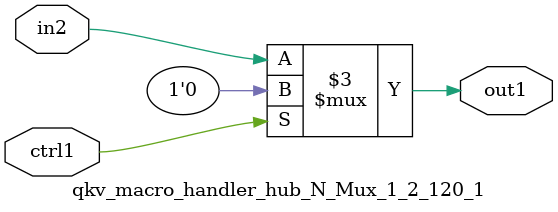
<source format=v>

`timescale 1ps / 1ps


module qkv_macro_handler_hub_N_Mux_1_2_120_1( in2, ctrl1, out1 );

    input in2;
    input ctrl1;
    output out1;
    reg out1;

    
    // rtl_process:qkv_macro_handler_hub_N_Mux_1_2_120_1/qkv_macro_handler_hub_N_Mux_1_2_120_1_thread_1
    always @*
      begin : qkv_macro_handler_hub_N_Mux_1_2_120_1_thread_1
        case (ctrl1) 
          1'b1: 
            begin
              out1 = 1'b0;
            end
          default: 
            begin
              out1 = in2;
            end
        endcase
      end

endmodule



</source>
